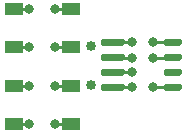
<source format=gbr>
%TF.GenerationSoftware,KiCad,Pcbnew,(5.1.6)-1*%
%TF.CreationDate,2020-07-03T21:52:39-04:00*%
%TF.ProjectId,SRF Pendant Daughterboards,53524620-5065-46e6-9461-6e7420446175,rev?*%
%TF.SameCoordinates,Original*%
%TF.FileFunction,Copper,L2,Bot*%
%TF.FilePolarity,Positive*%
%FSLAX46Y46*%
G04 Gerber Fmt 4.6, Leading zero omitted, Abs format (unit mm)*
G04 Created by KiCad (PCBNEW (5.1.6)-1) date 2020-07-03 21:52:39*
%MOMM*%
%LPD*%
G01*
G04 APERTURE LIST*
%TA.AperFunction,ComponentPad*%
%ADD10C,0.850000*%
%TD*%
%TA.AperFunction,SMDPad,CuDef*%
%ADD11R,1.500000X1.000000*%
%TD*%
%TA.AperFunction,ViaPad*%
%ADD12C,0.800000*%
%TD*%
%TA.AperFunction,Conductor*%
%ADD13C,0.250000*%
%TD*%
G04 APERTURE END LIST*
D10*
%TO.P,REF\u002A\u002A,1*%
%TO.N,N/C*%
X151700000Y-100000000D03*
%TD*%
%TO.P,REF\u002A\u002A,1*%
%TO.N,N/C*%
X151700000Y-96700000D03*
%TD*%
D11*
%TO.P,D1,3*%
%TO.N,N/C*%
X150050000Y-100100000D03*
%TO.P,D1,4*%
X150050000Y-103300000D03*
%TO.P,D1,2*%
X145150000Y-100100000D03*
%TO.P,D1,1*%
X145150000Y-103300000D03*
%TD*%
%TO.P,D1,1*%
%TO.N,Net-(D1-Pad2)*%
X145150000Y-96800000D03*
%TO.P,D1,2*%
%TO.N,Net-(D1-Pad1)*%
X145150000Y-93600000D03*
%TO.P,D1,4*%
%TO.N,Net-(D1-Pad3)*%
X150050000Y-96800000D03*
%TO.P,D1,3*%
%TO.N,Net-(D1-Pad4)*%
X150050000Y-93600000D03*
%TD*%
%TO.P,U1,4*%
%TO.N,Net-(U1-Pad1)*%
%TA.AperFunction,SMDPad,CuDef*%
G36*
G01*
X154550000Y-96232500D02*
X154550000Y-96557500D01*
G75*
G02*
X154387500Y-96720000I-162500J0D01*
G01*
X152737500Y-96720000D01*
G75*
G02*
X152575000Y-96557500I0J162500D01*
G01*
X152575000Y-96232500D01*
G75*
G02*
X152737500Y-96070000I162500J0D01*
G01*
X154387500Y-96070000D01*
G75*
G02*
X154550000Y-96232500I0J-162500D01*
G01*
G37*
%TD.AperFunction*%
%TO.P,U1,3*%
%TO.N,Net-(U1-Pad2)*%
%TA.AperFunction,SMDPad,CuDef*%
G36*
G01*
X154550000Y-97502500D02*
X154550000Y-97827500D01*
G75*
G02*
X154387500Y-97990000I-162500J0D01*
G01*
X152737500Y-97990000D01*
G75*
G02*
X152575000Y-97827500I0J162500D01*
G01*
X152575000Y-97502500D01*
G75*
G02*
X152737500Y-97340000I162500J0D01*
G01*
X154387500Y-97340000D01*
G75*
G02*
X154550000Y-97502500I0J-162500D01*
G01*
G37*
%TD.AperFunction*%
%TO.P,U1,2*%
%TO.N,Net-(U1-Pad3)*%
%TA.AperFunction,SMDPad,CuDef*%
G36*
G01*
X154550000Y-98772500D02*
X154550000Y-99097500D01*
G75*
G02*
X154387500Y-99260000I-162500J0D01*
G01*
X152737500Y-99260000D01*
G75*
G02*
X152575000Y-99097500I0J162500D01*
G01*
X152575000Y-98772500D01*
G75*
G02*
X152737500Y-98610000I162500J0D01*
G01*
X154387500Y-98610000D01*
G75*
G02*
X154550000Y-98772500I0J-162500D01*
G01*
G37*
%TD.AperFunction*%
%TO.P,U1,1*%
%TO.N,Net-(U1-Pad4)*%
%TA.AperFunction,SMDPad,CuDef*%
G36*
G01*
X154550000Y-100042500D02*
X154550000Y-100367500D01*
G75*
G02*
X154387500Y-100530000I-162500J0D01*
G01*
X152737500Y-100530000D01*
G75*
G02*
X152575000Y-100367500I0J162500D01*
G01*
X152575000Y-100042500D01*
G75*
G02*
X152737500Y-99880000I162500J0D01*
G01*
X154387500Y-99880000D01*
G75*
G02*
X154550000Y-100042500I0J-162500D01*
G01*
G37*
%TD.AperFunction*%
%TO.P,U1,5*%
%TO.N,Net-(U1-Pad5)*%
%TA.AperFunction,SMDPad,CuDef*%
G36*
G01*
X159387500Y-100042500D02*
X159387500Y-100367500D01*
G75*
G02*
X159225000Y-100530000I-162500J0D01*
G01*
X158050000Y-100530000D01*
G75*
G02*
X157887500Y-100367500I0J162500D01*
G01*
X157887500Y-100042500D01*
G75*
G02*
X158050000Y-99880000I162500J0D01*
G01*
X159225000Y-99880000D01*
G75*
G02*
X159387500Y-100042500I0J-162500D01*
G01*
G37*
%TD.AperFunction*%
%TO.P,U1,6*%
%TO.N,Net-(U1-Pad6)*%
%TA.AperFunction,SMDPad,CuDef*%
G36*
G01*
X159387500Y-98772500D02*
X159387500Y-99097500D01*
G75*
G02*
X159225000Y-99260000I-162500J0D01*
G01*
X158050000Y-99260000D01*
G75*
G02*
X157887500Y-99097500I0J162500D01*
G01*
X157887500Y-98772500D01*
G75*
G02*
X158050000Y-98610000I162500J0D01*
G01*
X159225000Y-98610000D01*
G75*
G02*
X159387500Y-98772500I0J-162500D01*
G01*
G37*
%TD.AperFunction*%
%TO.P,U1,7*%
%TO.N,Net-(U1-Pad7)*%
%TA.AperFunction,SMDPad,CuDef*%
G36*
G01*
X159387500Y-97502500D02*
X159387500Y-97827500D01*
G75*
G02*
X159225000Y-97990000I-162500J0D01*
G01*
X158050000Y-97990000D01*
G75*
G02*
X157887500Y-97827500I0J162500D01*
G01*
X157887500Y-97502500D01*
G75*
G02*
X158050000Y-97340000I162500J0D01*
G01*
X159225000Y-97340000D01*
G75*
G02*
X159387500Y-97502500I0J-162500D01*
G01*
G37*
%TD.AperFunction*%
%TO.P,U1,8*%
%TO.N,Net-(U1-Pad8)*%
%TA.AperFunction,SMDPad,CuDef*%
G36*
G01*
X159387500Y-96232500D02*
X159387500Y-96557500D01*
G75*
G02*
X159225000Y-96720000I-162500J0D01*
G01*
X158050000Y-96720000D01*
G75*
G02*
X157887500Y-96557500I0J162500D01*
G01*
X157887500Y-96232500D01*
G75*
G02*
X158050000Y-96070000I162500J0D01*
G01*
X159225000Y-96070000D01*
G75*
G02*
X159387500Y-96232500I0J-162500D01*
G01*
G37*
%TD.AperFunction*%
%TD*%
D12*
%TO.N,*%
X146500000Y-100100000D03*
X146500000Y-103300000D03*
X148700000Y-100100000D03*
X148700000Y-103300000D03*
%TO.N,Net-(D1-Pad1)*%
X146500000Y-93600000D03*
%TO.N,Net-(D1-Pad4)*%
X148700000Y-93600000D03*
%TO.N,Net-(D1-Pad3)*%
X148700000Y-96800000D03*
%TO.N,Net-(D1-Pad2)*%
X146500000Y-96800000D03*
%TO.N,Net-(U1-Pad1)*%
X155200000Y-96400000D03*
%TO.N,Net-(U1-Pad2)*%
X155200000Y-97700000D03*
%TO.N,Net-(U1-Pad3)*%
X155200000Y-98900000D03*
%TO.N,Net-(U1-Pad4)*%
X155200000Y-100200000D03*
%TO.N,Net-(U1-Pad5)*%
X157000000Y-100200000D03*
%TO.N,Net-(U1-Pad7)*%
X157000000Y-97700000D03*
%TO.N,Net-(U1-Pad8)*%
X157000000Y-96400000D03*
%TD*%
D13*
%TO.N,*%
X146500000Y-100100000D02*
X145150000Y-100100000D01*
X146500000Y-103300000D02*
X145150000Y-103300000D01*
X148700000Y-100100000D02*
X150050000Y-100100000D01*
X148700000Y-103300000D02*
X150050000Y-103300000D01*
%TO.N,Net-(D1-Pad1)*%
X146500000Y-93600000D02*
X145150000Y-93600000D01*
%TO.N,Net-(D1-Pad2)*%
X146500000Y-96800000D02*
X145150000Y-96800000D01*
%TO.N,Net-(D1-Pad4)*%
X148700000Y-93600000D02*
X150050000Y-93600000D01*
%TO.N,Net-(D1-Pad3)*%
X148700000Y-96800000D02*
X150050000Y-96800000D01*
%TO.N,Net-(U1-Pad8)*%
X158632500Y-96400000D02*
X158637500Y-96395000D01*
X157000000Y-96400000D02*
X158632500Y-96400000D01*
%TO.N,Net-(U1-Pad7)*%
X158602500Y-97700000D02*
X158637500Y-97665000D01*
X157000000Y-97700000D02*
X158602500Y-97700000D01*
%TO.N,Net-(U1-Pad5)*%
X158632500Y-100200000D02*
X158637500Y-100205000D01*
X157000000Y-100200000D02*
X158632500Y-100200000D01*
%TO.N,Net-(U1-Pad4)*%
X153567500Y-100200000D02*
X153562500Y-100205000D01*
X155200000Y-100200000D02*
X153567500Y-100200000D01*
%TO.N,Net-(U1-Pad3)*%
X153597500Y-98900000D02*
X153562500Y-98935000D01*
X155200000Y-98900000D02*
X153597500Y-98900000D01*
%TO.N,Net-(U1-Pad2)*%
X153597500Y-97700000D02*
X153562500Y-97665000D01*
X155200000Y-97700000D02*
X153597500Y-97700000D01*
%TO.N,Net-(U1-Pad1)*%
X153567500Y-96400000D02*
X153562500Y-96395000D01*
X155200000Y-96400000D02*
X153567500Y-96400000D01*
%TD*%
M02*

</source>
